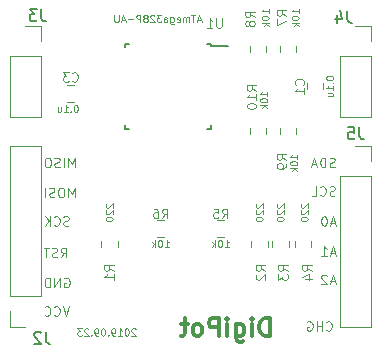
<source format=gbr>
G04 #@! TF.GenerationSoftware,KiCad,Pcbnew,(5.0.2-5)-5*
G04 #@! TF.CreationDate,2019-09-23T09:23:56+03:00*
G04 #@! TF.ProjectId,digi_pot,64696769-5f70-46f7-942e-6b696361645f,rev?*
G04 #@! TF.SameCoordinates,Original*
G04 #@! TF.FileFunction,Legend,Bot*
G04 #@! TF.FilePolarity,Positive*
%FSLAX46Y46*%
G04 Gerber Fmt 4.6, Leading zero omitted, Abs format (unit mm)*
G04 Created by KiCad (PCBNEW (5.0.2-5)-5) date 2019 September 23, Monday 09:23:56*
%MOMM*%
%LPD*%
G01*
G04 APERTURE LIST*
%ADD10C,0.100000*%
%ADD11C,0.300000*%
%ADD12C,0.120000*%
%ADD13C,0.150000*%
G04 APERTURE END LIST*
D10*
X143935142Y-105646571D02*
X143906571Y-105618000D01*
X143849428Y-105589428D01*
X143706571Y-105589428D01*
X143649428Y-105618000D01*
X143620857Y-105646571D01*
X143592285Y-105703714D01*
X143592285Y-105760857D01*
X143620857Y-105846571D01*
X143963714Y-106189428D01*
X143592285Y-106189428D01*
X143220857Y-105589428D02*
X143163714Y-105589428D01*
X143106571Y-105618000D01*
X143078000Y-105646571D01*
X143049428Y-105703714D01*
X143020857Y-105818000D01*
X143020857Y-105960857D01*
X143049428Y-106075142D01*
X143078000Y-106132285D01*
X143106571Y-106160857D01*
X143163714Y-106189428D01*
X143220857Y-106189428D01*
X143278000Y-106160857D01*
X143306571Y-106132285D01*
X143335142Y-106075142D01*
X143363714Y-105960857D01*
X143363714Y-105818000D01*
X143335142Y-105703714D01*
X143306571Y-105646571D01*
X143278000Y-105618000D01*
X143220857Y-105589428D01*
X142449428Y-106189428D02*
X142792285Y-106189428D01*
X142620857Y-106189428D02*
X142620857Y-105589428D01*
X142678000Y-105675142D01*
X142735142Y-105732285D01*
X142792285Y-105760857D01*
X142163714Y-106189428D02*
X142049428Y-106189428D01*
X141992285Y-106160857D01*
X141963714Y-106132285D01*
X141906571Y-106046571D01*
X141878000Y-105932285D01*
X141878000Y-105703714D01*
X141906571Y-105646571D01*
X141935142Y-105618000D01*
X141992285Y-105589428D01*
X142106571Y-105589428D01*
X142163714Y-105618000D01*
X142192285Y-105646571D01*
X142220857Y-105703714D01*
X142220857Y-105846571D01*
X142192285Y-105903714D01*
X142163714Y-105932285D01*
X142106571Y-105960857D01*
X141992285Y-105960857D01*
X141935142Y-105932285D01*
X141906571Y-105903714D01*
X141878000Y-105846571D01*
X141620857Y-106132285D02*
X141592285Y-106160857D01*
X141620857Y-106189428D01*
X141649428Y-106160857D01*
X141620857Y-106132285D01*
X141620857Y-106189428D01*
X141220857Y-105589428D02*
X141163714Y-105589428D01*
X141106571Y-105618000D01*
X141078000Y-105646571D01*
X141049428Y-105703714D01*
X141020857Y-105818000D01*
X141020857Y-105960857D01*
X141049428Y-106075142D01*
X141078000Y-106132285D01*
X141106571Y-106160857D01*
X141163714Y-106189428D01*
X141220857Y-106189428D01*
X141278000Y-106160857D01*
X141306571Y-106132285D01*
X141335142Y-106075142D01*
X141363714Y-105960857D01*
X141363714Y-105818000D01*
X141335142Y-105703714D01*
X141306571Y-105646571D01*
X141278000Y-105618000D01*
X141220857Y-105589428D01*
X140735142Y-106189428D02*
X140620857Y-106189428D01*
X140563714Y-106160857D01*
X140535142Y-106132285D01*
X140478000Y-106046571D01*
X140449428Y-105932285D01*
X140449428Y-105703714D01*
X140478000Y-105646571D01*
X140506571Y-105618000D01*
X140563714Y-105589428D01*
X140678000Y-105589428D01*
X140735142Y-105618000D01*
X140763714Y-105646571D01*
X140792285Y-105703714D01*
X140792285Y-105846571D01*
X140763714Y-105903714D01*
X140735142Y-105932285D01*
X140678000Y-105960857D01*
X140563714Y-105960857D01*
X140506571Y-105932285D01*
X140478000Y-105903714D01*
X140449428Y-105846571D01*
X140192285Y-106132285D02*
X140163714Y-106160857D01*
X140192285Y-106189428D01*
X140220857Y-106160857D01*
X140192285Y-106132285D01*
X140192285Y-106189428D01*
X139935142Y-105646571D02*
X139906571Y-105618000D01*
X139849428Y-105589428D01*
X139706571Y-105589428D01*
X139649428Y-105618000D01*
X139620857Y-105646571D01*
X139592285Y-105703714D01*
X139592285Y-105760857D01*
X139620857Y-105846571D01*
X139963714Y-106189428D01*
X139592285Y-106189428D01*
X139392285Y-105589428D02*
X139020857Y-105589428D01*
X139220857Y-105818000D01*
X139135142Y-105818000D01*
X139078000Y-105846571D01*
X139049428Y-105875142D01*
X139020857Y-105932285D01*
X139020857Y-106075142D01*
X139049428Y-106132285D01*
X139078000Y-106160857D01*
X139135142Y-106189428D01*
X139306571Y-106189428D01*
X139363714Y-106160857D01*
X139392285Y-106132285D01*
D11*
X155280857Y-106215571D02*
X155280857Y-104715571D01*
X154923714Y-104715571D01*
X154709428Y-104787000D01*
X154566571Y-104929857D01*
X154495142Y-105072714D01*
X154423714Y-105358428D01*
X154423714Y-105572714D01*
X154495142Y-105858428D01*
X154566571Y-106001285D01*
X154709428Y-106144142D01*
X154923714Y-106215571D01*
X155280857Y-106215571D01*
X153780857Y-106215571D02*
X153780857Y-105215571D01*
X153780857Y-104715571D02*
X153852285Y-104787000D01*
X153780857Y-104858428D01*
X153709428Y-104787000D01*
X153780857Y-104715571D01*
X153780857Y-104858428D01*
X152423714Y-105215571D02*
X152423714Y-106429857D01*
X152495142Y-106572714D01*
X152566571Y-106644142D01*
X152709428Y-106715571D01*
X152923714Y-106715571D01*
X153066571Y-106644142D01*
X152423714Y-106144142D02*
X152566571Y-106215571D01*
X152852285Y-106215571D01*
X152995142Y-106144142D01*
X153066571Y-106072714D01*
X153138000Y-105929857D01*
X153138000Y-105501285D01*
X153066571Y-105358428D01*
X152995142Y-105287000D01*
X152852285Y-105215571D01*
X152566571Y-105215571D01*
X152423714Y-105287000D01*
X151709428Y-106215571D02*
X151709428Y-105215571D01*
X151709428Y-104715571D02*
X151780857Y-104787000D01*
X151709428Y-104858428D01*
X151638000Y-104787000D01*
X151709428Y-104715571D01*
X151709428Y-104858428D01*
X150995142Y-106215571D02*
X150995142Y-104715571D01*
X150423714Y-104715571D01*
X150280857Y-104787000D01*
X150209428Y-104858428D01*
X150138000Y-105001285D01*
X150138000Y-105215571D01*
X150209428Y-105358428D01*
X150280857Y-105429857D01*
X150423714Y-105501285D01*
X150995142Y-105501285D01*
X149280857Y-106215571D02*
X149423714Y-106144142D01*
X149495142Y-106072714D01*
X149566571Y-105929857D01*
X149566571Y-105501285D01*
X149495142Y-105358428D01*
X149423714Y-105287000D01*
X149280857Y-105215571D01*
X149066571Y-105215571D01*
X148923714Y-105287000D01*
X148852285Y-105358428D01*
X148780857Y-105501285D01*
X148780857Y-105929857D01*
X148852285Y-106072714D01*
X148923714Y-106144142D01*
X149066571Y-106215571D01*
X149280857Y-106215571D01*
X148352285Y-105215571D02*
X147780857Y-105215571D01*
X148138000Y-104715571D02*
X148138000Y-106001285D01*
X148066571Y-106144142D01*
X147923714Y-106215571D01*
X147780857Y-106215571D01*
D10*
X160069380Y-105695714D02*
X160107476Y-105733809D01*
X160221761Y-105771904D01*
X160297952Y-105771904D01*
X160412238Y-105733809D01*
X160488428Y-105657619D01*
X160526523Y-105581428D01*
X160564619Y-105429047D01*
X160564619Y-105314761D01*
X160526523Y-105162380D01*
X160488428Y-105086190D01*
X160412238Y-105010000D01*
X160297952Y-104971904D01*
X160221761Y-104971904D01*
X160107476Y-105010000D01*
X160069380Y-105048095D01*
X159726523Y-105771904D02*
X159726523Y-104971904D01*
X159726523Y-105352857D02*
X159269380Y-105352857D01*
X159269380Y-105771904D02*
X159269380Y-104971904D01*
X158469380Y-105010000D02*
X158545571Y-104971904D01*
X158659857Y-104971904D01*
X158774142Y-105010000D01*
X158850333Y-105086190D01*
X158888428Y-105162380D01*
X158926523Y-105314761D01*
X158926523Y-105429047D01*
X158888428Y-105581428D01*
X158850333Y-105657619D01*
X158774142Y-105733809D01*
X158659857Y-105771904D01*
X158583666Y-105771904D01*
X158469380Y-105733809D01*
X158431285Y-105695714D01*
X158431285Y-105429047D01*
X158583666Y-105429047D01*
X160818619Y-101606333D02*
X160437666Y-101606333D01*
X160894809Y-101834904D02*
X160628142Y-101034904D01*
X160361476Y-101834904D01*
X160132904Y-101111095D02*
X160094809Y-101073000D01*
X160018619Y-101034904D01*
X159828142Y-101034904D01*
X159751952Y-101073000D01*
X159713857Y-101111095D01*
X159675761Y-101187285D01*
X159675761Y-101263476D01*
X159713857Y-101377761D01*
X160171000Y-101834904D01*
X159675761Y-101834904D01*
X160818619Y-99193333D02*
X160437666Y-99193333D01*
X160894809Y-99421904D02*
X160628142Y-98621904D01*
X160361476Y-99421904D01*
X159675761Y-99421904D02*
X160132904Y-99421904D01*
X159904333Y-99421904D02*
X159904333Y-98621904D01*
X159980523Y-98736190D01*
X160056714Y-98812380D01*
X160132904Y-98850476D01*
X160818619Y-96653333D02*
X160437666Y-96653333D01*
X160894809Y-96881904D02*
X160628142Y-96081904D01*
X160361476Y-96881904D01*
X159942428Y-96081904D02*
X159866238Y-96081904D01*
X159790047Y-96120000D01*
X159751952Y-96158095D01*
X159713857Y-96234285D01*
X159675761Y-96386666D01*
X159675761Y-96577142D01*
X159713857Y-96729523D01*
X159751952Y-96805714D01*
X159790047Y-96843809D01*
X159866238Y-96881904D01*
X159942428Y-96881904D01*
X160018619Y-96843809D01*
X160056714Y-96805714D01*
X160094809Y-96729523D01*
X160132904Y-96577142D01*
X160132904Y-96386666D01*
X160094809Y-96234285D01*
X160056714Y-96158095D01*
X160018619Y-96120000D01*
X159942428Y-96081904D01*
X160818619Y-94303809D02*
X160704333Y-94341904D01*
X160513857Y-94341904D01*
X160437666Y-94303809D01*
X160399571Y-94265714D01*
X160361476Y-94189523D01*
X160361476Y-94113333D01*
X160399571Y-94037142D01*
X160437666Y-93999047D01*
X160513857Y-93960952D01*
X160666238Y-93922857D01*
X160742428Y-93884761D01*
X160780523Y-93846666D01*
X160818619Y-93770476D01*
X160818619Y-93694285D01*
X160780523Y-93618095D01*
X160742428Y-93580000D01*
X160666238Y-93541904D01*
X160475761Y-93541904D01*
X160361476Y-93580000D01*
X159561476Y-94265714D02*
X159599571Y-94303809D01*
X159713857Y-94341904D01*
X159790047Y-94341904D01*
X159904333Y-94303809D01*
X159980523Y-94227619D01*
X160018619Y-94151428D01*
X160056714Y-93999047D01*
X160056714Y-93884761D01*
X160018619Y-93732380D01*
X159980523Y-93656190D01*
X159904333Y-93580000D01*
X159790047Y-93541904D01*
X159713857Y-93541904D01*
X159599571Y-93580000D01*
X159561476Y-93618095D01*
X158837666Y-94341904D02*
X159218619Y-94341904D01*
X159218619Y-93541904D01*
X160818619Y-91890809D02*
X160704333Y-91928904D01*
X160513857Y-91928904D01*
X160437666Y-91890809D01*
X160399571Y-91852714D01*
X160361476Y-91776523D01*
X160361476Y-91700333D01*
X160399571Y-91624142D01*
X160437666Y-91586047D01*
X160513857Y-91547952D01*
X160666238Y-91509857D01*
X160742428Y-91471761D01*
X160780523Y-91433666D01*
X160818619Y-91357476D01*
X160818619Y-91281285D01*
X160780523Y-91205095D01*
X160742428Y-91167000D01*
X160666238Y-91128904D01*
X160475761Y-91128904D01*
X160361476Y-91167000D01*
X160018619Y-91928904D02*
X160018619Y-91128904D01*
X159828142Y-91128904D01*
X159713857Y-91167000D01*
X159637666Y-91243190D01*
X159599571Y-91319380D01*
X159561476Y-91471761D01*
X159561476Y-91586047D01*
X159599571Y-91738428D01*
X159637666Y-91814619D01*
X159713857Y-91890809D01*
X159828142Y-91928904D01*
X160018619Y-91928904D01*
X159256714Y-91700333D02*
X158875761Y-91700333D01*
X159332904Y-91928904D02*
X159066238Y-91128904D01*
X158799571Y-91928904D01*
X138291523Y-103701904D02*
X138024857Y-104501904D01*
X137758190Y-103701904D01*
X137034380Y-104425714D02*
X137072476Y-104463809D01*
X137186761Y-104501904D01*
X137262952Y-104501904D01*
X137377238Y-104463809D01*
X137453428Y-104387619D01*
X137491523Y-104311428D01*
X137529619Y-104159047D01*
X137529619Y-104044761D01*
X137491523Y-103892380D01*
X137453428Y-103816190D01*
X137377238Y-103740000D01*
X137262952Y-103701904D01*
X137186761Y-103701904D01*
X137072476Y-103740000D01*
X137034380Y-103778095D01*
X136234380Y-104425714D02*
X136272476Y-104463809D01*
X136386761Y-104501904D01*
X136462952Y-104501904D01*
X136577238Y-104463809D01*
X136653428Y-104387619D01*
X136691523Y-104311428D01*
X136729619Y-104159047D01*
X136729619Y-104044761D01*
X136691523Y-103892380D01*
X136653428Y-103816190D01*
X136577238Y-103740000D01*
X136462952Y-103701904D01*
X136386761Y-103701904D01*
X136272476Y-103740000D01*
X136234380Y-103778095D01*
X137910571Y-101327000D02*
X137986761Y-101288904D01*
X138101047Y-101288904D01*
X138215333Y-101327000D01*
X138291523Y-101403190D01*
X138329619Y-101479380D01*
X138367714Y-101631761D01*
X138367714Y-101746047D01*
X138329619Y-101898428D01*
X138291523Y-101974619D01*
X138215333Y-102050809D01*
X138101047Y-102088904D01*
X138024857Y-102088904D01*
X137910571Y-102050809D01*
X137872476Y-102012714D01*
X137872476Y-101746047D01*
X138024857Y-101746047D01*
X137529619Y-102088904D02*
X137529619Y-101288904D01*
X137072476Y-102088904D01*
X137072476Y-101288904D01*
X136691523Y-102088904D02*
X136691523Y-101288904D01*
X136501047Y-101288904D01*
X136386761Y-101327000D01*
X136310571Y-101403190D01*
X136272476Y-101479380D01*
X136234380Y-101631761D01*
X136234380Y-101746047D01*
X136272476Y-101898428D01*
X136310571Y-101974619D01*
X136386761Y-102050809D01*
X136501047Y-102088904D01*
X136691523Y-102088904D01*
X137605809Y-99548904D02*
X137872476Y-99167952D01*
X138062952Y-99548904D02*
X138062952Y-98748904D01*
X137758190Y-98748904D01*
X137682000Y-98787000D01*
X137643904Y-98825095D01*
X137605809Y-98901285D01*
X137605809Y-99015571D01*
X137643904Y-99091761D01*
X137682000Y-99129857D01*
X137758190Y-99167952D01*
X138062952Y-99167952D01*
X137301047Y-99510809D02*
X137186761Y-99548904D01*
X136996285Y-99548904D01*
X136920095Y-99510809D01*
X136882000Y-99472714D01*
X136843904Y-99396523D01*
X136843904Y-99320333D01*
X136882000Y-99244142D01*
X136920095Y-99206047D01*
X136996285Y-99167952D01*
X137148666Y-99129857D01*
X137224857Y-99091761D01*
X137262952Y-99053666D01*
X137301047Y-98977476D01*
X137301047Y-98901285D01*
X137262952Y-98825095D01*
X137224857Y-98787000D01*
X137148666Y-98748904D01*
X136958190Y-98748904D01*
X136843904Y-98787000D01*
X136615333Y-98748904D02*
X136158190Y-98748904D01*
X136386761Y-99548904D02*
X136386761Y-98748904D01*
X138291523Y-96843809D02*
X138177238Y-96881904D01*
X137986761Y-96881904D01*
X137910571Y-96843809D01*
X137872476Y-96805714D01*
X137834380Y-96729523D01*
X137834380Y-96653333D01*
X137872476Y-96577142D01*
X137910571Y-96539047D01*
X137986761Y-96500952D01*
X138139142Y-96462857D01*
X138215333Y-96424761D01*
X138253428Y-96386666D01*
X138291523Y-96310476D01*
X138291523Y-96234285D01*
X138253428Y-96158095D01*
X138215333Y-96120000D01*
X138139142Y-96081904D01*
X137948666Y-96081904D01*
X137834380Y-96120000D01*
X137034380Y-96805714D02*
X137072476Y-96843809D01*
X137186761Y-96881904D01*
X137262952Y-96881904D01*
X137377238Y-96843809D01*
X137453428Y-96767619D01*
X137491523Y-96691428D01*
X137529619Y-96539047D01*
X137529619Y-96424761D01*
X137491523Y-96272380D01*
X137453428Y-96196190D01*
X137377238Y-96120000D01*
X137262952Y-96081904D01*
X137186761Y-96081904D01*
X137072476Y-96120000D01*
X137034380Y-96158095D01*
X136691523Y-96881904D02*
X136691523Y-96081904D01*
X136234380Y-96881904D02*
X136577238Y-96424761D01*
X136234380Y-96081904D02*
X136691523Y-96539047D01*
X138786761Y-94468904D02*
X138786761Y-93668904D01*
X138520095Y-94240333D01*
X138253428Y-93668904D01*
X138253428Y-94468904D01*
X137720095Y-93668904D02*
X137567714Y-93668904D01*
X137491523Y-93707000D01*
X137415333Y-93783190D01*
X137377238Y-93935571D01*
X137377238Y-94202238D01*
X137415333Y-94354619D01*
X137491523Y-94430809D01*
X137567714Y-94468904D01*
X137720095Y-94468904D01*
X137796285Y-94430809D01*
X137872476Y-94354619D01*
X137910571Y-94202238D01*
X137910571Y-93935571D01*
X137872476Y-93783190D01*
X137796285Y-93707000D01*
X137720095Y-93668904D01*
X137072476Y-94430809D02*
X136958190Y-94468904D01*
X136767714Y-94468904D01*
X136691523Y-94430809D01*
X136653428Y-94392714D01*
X136615333Y-94316523D01*
X136615333Y-94240333D01*
X136653428Y-94164142D01*
X136691523Y-94126047D01*
X136767714Y-94087952D01*
X136920095Y-94049857D01*
X136996285Y-94011761D01*
X137034380Y-93973666D01*
X137072476Y-93897476D01*
X137072476Y-93821285D01*
X137034380Y-93745095D01*
X136996285Y-93707000D01*
X136920095Y-93668904D01*
X136729619Y-93668904D01*
X136615333Y-93707000D01*
X136272476Y-94468904D02*
X136272476Y-93668904D01*
X138786761Y-91928904D02*
X138786761Y-91128904D01*
X138520095Y-91700333D01*
X138253428Y-91128904D01*
X138253428Y-91928904D01*
X137872476Y-91928904D02*
X137872476Y-91128904D01*
X137529619Y-91890809D02*
X137415333Y-91928904D01*
X137224857Y-91928904D01*
X137148666Y-91890809D01*
X137110571Y-91852714D01*
X137072476Y-91776523D01*
X137072476Y-91700333D01*
X137110571Y-91624142D01*
X137148666Y-91586047D01*
X137224857Y-91547952D01*
X137377238Y-91509857D01*
X137453428Y-91471761D01*
X137491523Y-91433666D01*
X137529619Y-91357476D01*
X137529619Y-91281285D01*
X137491523Y-91205095D01*
X137453428Y-91167000D01*
X137377238Y-91128904D01*
X137186761Y-91128904D01*
X137072476Y-91167000D01*
X136577238Y-91128904D02*
X136424857Y-91128904D01*
X136348666Y-91167000D01*
X136272476Y-91243190D01*
X136234380Y-91395571D01*
X136234380Y-91662238D01*
X136272476Y-91814619D01*
X136348666Y-91890809D01*
X136424857Y-91928904D01*
X136577238Y-91928904D01*
X136653428Y-91890809D01*
X136729619Y-91814619D01*
X136767714Y-91662238D01*
X136767714Y-91395571D01*
X136729619Y-91243190D01*
X136653428Y-91167000D01*
X136577238Y-91128904D01*
D12*
G04 #@! TO.C,R4*
X157405000Y-98686252D02*
X157405000Y-98163748D01*
X158825000Y-98686252D02*
X158825000Y-98163748D01*
D13*
G04 #@! TO.C,U1*
X150310000Y-81465000D02*
X150310000Y-81690000D01*
X143060000Y-81465000D02*
X143060000Y-81790000D01*
X143060000Y-88715000D02*
X143060000Y-88390000D01*
X150310000Y-88715000D02*
X150310000Y-88390000D01*
X150310000Y-81465000D02*
X149985000Y-81465000D01*
X150310000Y-88715000D02*
X149985000Y-88715000D01*
X143060000Y-88715000D02*
X143385000Y-88715000D01*
X143060000Y-81465000D02*
X143385000Y-81465000D01*
X150310000Y-81690000D02*
X151735000Y-81690000D01*
D12*
G04 #@! TO.C,J2*
X133290000Y-90110000D02*
X135950000Y-90110000D01*
X133290000Y-102870000D02*
X133290000Y-90110000D01*
X135950000Y-102870000D02*
X135950000Y-90110000D01*
X133290000Y-102870000D02*
X135950000Y-102870000D01*
X133290000Y-104140000D02*
X133290000Y-105470000D01*
X133290000Y-105470000D02*
X134620000Y-105470000D01*
G04 #@! TO.C,J3*
X135950000Y-87690000D02*
X133290000Y-87690000D01*
X135950000Y-82550000D02*
X135950000Y-87690000D01*
X133290000Y-82550000D02*
X133290000Y-87690000D01*
X135950000Y-82550000D02*
X133290000Y-82550000D01*
X135950000Y-81280000D02*
X135950000Y-79950000D01*
X135950000Y-79950000D02*
X134620000Y-79950000D01*
G04 #@! TO.C,J4*
X163890000Y-79950000D02*
X162560000Y-79950000D01*
X163890000Y-81280000D02*
X163890000Y-79950000D01*
X163890000Y-82550000D02*
X161230000Y-82550000D01*
X161230000Y-82550000D02*
X161230000Y-87690000D01*
X163890000Y-82550000D02*
X163890000Y-87690000D01*
X163890000Y-87690000D02*
X161230000Y-87690000D01*
G04 #@! TO.C,R1*
X142442000Y-98686252D02*
X142442000Y-98163748D01*
X141022000Y-98686252D02*
X141022000Y-98163748D01*
G04 #@! TO.C,R2*
X153722000Y-98686252D02*
X153722000Y-98163748D01*
X155142000Y-98686252D02*
X155142000Y-98163748D01*
G04 #@! TO.C,R3*
X156920000Y-98686252D02*
X156920000Y-98163748D01*
X155500000Y-98686252D02*
X155500000Y-98163748D01*
G04 #@! TO.C,C1*
X159841000Y-84828748D02*
X159841000Y-85351252D01*
X158421000Y-84828748D02*
X158421000Y-85351252D01*
G04 #@! TO.C,R5*
X151391252Y-96445000D02*
X150868748Y-96445000D01*
X151391252Y-97865000D02*
X150868748Y-97865000D01*
G04 #@! TO.C,R6*
X145788748Y-96445000D02*
X146311252Y-96445000D01*
X145788748Y-97865000D02*
X146311252Y-97865000D01*
G04 #@! TO.C,C3*
X138691252Y-85015000D02*
X138168748Y-85015000D01*
X138691252Y-86435000D02*
X138168748Y-86435000D01*
G04 #@! TO.C,J5*
X163890000Y-105470000D02*
X161230000Y-105470000D01*
X163890000Y-92710000D02*
X163890000Y-105470000D01*
X161230000Y-92710000D02*
X161230000Y-105470000D01*
X163890000Y-92710000D02*
X161230000Y-92710000D01*
X163890000Y-91440000D02*
X163890000Y-90110000D01*
X163890000Y-90110000D02*
X162560000Y-90110000D01*
G04 #@! TO.C,R7*
X157555000Y-81653748D02*
X157555000Y-82176252D01*
X156135000Y-81653748D02*
X156135000Y-82176252D01*
G04 #@! TO.C,R8*
X153595000Y-81653748D02*
X153595000Y-82176252D01*
X155015000Y-81653748D02*
X155015000Y-82176252D01*
G04 #@! TO.C,R9*
X156135000Y-89161252D02*
X156135000Y-88638748D01*
X157555000Y-89161252D02*
X157555000Y-88638748D01*
G04 #@! TO.C,R10*
X155015000Y-89161252D02*
X155015000Y-88638748D01*
X153595000Y-89161252D02*
X153595000Y-88638748D01*
G04 #@! TO.C,R4*
D10*
X158857904Y-100704666D02*
X158476952Y-100438000D01*
X158857904Y-100247523D02*
X158057904Y-100247523D01*
X158057904Y-100552285D01*
X158096000Y-100628476D01*
X158134095Y-100666571D01*
X158210285Y-100704666D01*
X158324571Y-100704666D01*
X158400761Y-100666571D01*
X158438857Y-100628476D01*
X158476952Y-100552285D01*
X158476952Y-100247523D01*
X158324571Y-101390380D02*
X158857904Y-101390380D01*
X158019809Y-101199904D02*
X158591238Y-101009428D01*
X158591238Y-101504666D01*
X157970571Y-95015142D02*
X157942000Y-95043714D01*
X157913428Y-95100857D01*
X157913428Y-95243714D01*
X157942000Y-95300857D01*
X157970571Y-95329428D01*
X158027714Y-95358000D01*
X158084857Y-95358000D01*
X158170571Y-95329428D01*
X158513428Y-94986571D01*
X158513428Y-95358000D01*
X157970571Y-95586571D02*
X157942000Y-95615142D01*
X157913428Y-95672285D01*
X157913428Y-95815142D01*
X157942000Y-95872285D01*
X157970571Y-95900857D01*
X158027714Y-95929428D01*
X158084857Y-95929428D01*
X158170571Y-95900857D01*
X158513428Y-95558000D01*
X158513428Y-95929428D01*
X157913428Y-96300857D02*
X157913428Y-96358000D01*
X157942000Y-96415142D01*
X157970571Y-96443714D01*
X158027714Y-96472285D01*
X158142000Y-96500857D01*
X158284857Y-96500857D01*
X158399142Y-96472285D01*
X158456285Y-96443714D01*
X158484857Y-96415142D01*
X158513428Y-96358000D01*
X158513428Y-96300857D01*
X158484857Y-96243714D01*
X158456285Y-96215142D01*
X158399142Y-96186571D01*
X158284857Y-96158000D01*
X158142000Y-96158000D01*
X158027714Y-96186571D01*
X157970571Y-96215142D01*
X157942000Y-96243714D01*
X157913428Y-96300857D01*
G04 #@! TO.C,U1*
X151231523Y-79317904D02*
X151231523Y-79965523D01*
X151193428Y-80041714D01*
X151155333Y-80079809D01*
X151079142Y-80117904D01*
X150926761Y-80117904D01*
X150850571Y-80079809D01*
X150812476Y-80041714D01*
X150774380Y-79965523D01*
X150774380Y-79317904D01*
X149974380Y-80117904D02*
X150431523Y-80117904D01*
X150202952Y-80117904D02*
X150202952Y-79317904D01*
X150279142Y-79432190D01*
X150355333Y-79508380D01*
X150431523Y-79546476D01*
X149467428Y-79475000D02*
X149181714Y-79475000D01*
X149524571Y-79646428D02*
X149324571Y-79046428D01*
X149124571Y-79646428D01*
X149010285Y-79046428D02*
X148667428Y-79046428D01*
X148838857Y-79646428D02*
X148838857Y-79046428D01*
X148467428Y-79646428D02*
X148467428Y-79246428D01*
X148467428Y-79303571D02*
X148438857Y-79275000D01*
X148381714Y-79246428D01*
X148296000Y-79246428D01*
X148238857Y-79275000D01*
X148210285Y-79332142D01*
X148210285Y-79646428D01*
X148210285Y-79332142D02*
X148181714Y-79275000D01*
X148124571Y-79246428D01*
X148038857Y-79246428D01*
X147981714Y-79275000D01*
X147953142Y-79332142D01*
X147953142Y-79646428D01*
X147438857Y-79617857D02*
X147496000Y-79646428D01*
X147610285Y-79646428D01*
X147667428Y-79617857D01*
X147696000Y-79560714D01*
X147696000Y-79332142D01*
X147667428Y-79275000D01*
X147610285Y-79246428D01*
X147496000Y-79246428D01*
X147438857Y-79275000D01*
X147410285Y-79332142D01*
X147410285Y-79389285D01*
X147696000Y-79446428D01*
X146896000Y-79246428D02*
X146896000Y-79732142D01*
X146924571Y-79789285D01*
X146953142Y-79817857D01*
X147010285Y-79846428D01*
X147096000Y-79846428D01*
X147153142Y-79817857D01*
X146896000Y-79617857D02*
X146953142Y-79646428D01*
X147067428Y-79646428D01*
X147124571Y-79617857D01*
X147153142Y-79589285D01*
X147181714Y-79532142D01*
X147181714Y-79360714D01*
X147153142Y-79303571D01*
X147124571Y-79275000D01*
X147067428Y-79246428D01*
X146953142Y-79246428D01*
X146896000Y-79275000D01*
X146353142Y-79646428D02*
X146353142Y-79332142D01*
X146381714Y-79275000D01*
X146438857Y-79246428D01*
X146553142Y-79246428D01*
X146610285Y-79275000D01*
X146353142Y-79617857D02*
X146410285Y-79646428D01*
X146553142Y-79646428D01*
X146610285Y-79617857D01*
X146638857Y-79560714D01*
X146638857Y-79503571D01*
X146610285Y-79446428D01*
X146553142Y-79417857D01*
X146410285Y-79417857D01*
X146353142Y-79389285D01*
X146124571Y-79046428D02*
X145753142Y-79046428D01*
X145953142Y-79275000D01*
X145867428Y-79275000D01*
X145810285Y-79303571D01*
X145781714Y-79332142D01*
X145753142Y-79389285D01*
X145753142Y-79532142D01*
X145781714Y-79589285D01*
X145810285Y-79617857D01*
X145867428Y-79646428D01*
X146038857Y-79646428D01*
X146096000Y-79617857D01*
X146124571Y-79589285D01*
X145524571Y-79103571D02*
X145496000Y-79075000D01*
X145438857Y-79046428D01*
X145296000Y-79046428D01*
X145238857Y-79075000D01*
X145210285Y-79103571D01*
X145181714Y-79160714D01*
X145181714Y-79217857D01*
X145210285Y-79303571D01*
X145553142Y-79646428D01*
X145181714Y-79646428D01*
X144838857Y-79303571D02*
X144896000Y-79275000D01*
X144924571Y-79246428D01*
X144953142Y-79189285D01*
X144953142Y-79160714D01*
X144924571Y-79103571D01*
X144896000Y-79075000D01*
X144838857Y-79046428D01*
X144724571Y-79046428D01*
X144667428Y-79075000D01*
X144638857Y-79103571D01*
X144610285Y-79160714D01*
X144610285Y-79189285D01*
X144638857Y-79246428D01*
X144667428Y-79275000D01*
X144724571Y-79303571D01*
X144838857Y-79303571D01*
X144896000Y-79332142D01*
X144924571Y-79360714D01*
X144953142Y-79417857D01*
X144953142Y-79532142D01*
X144924571Y-79589285D01*
X144896000Y-79617857D01*
X144838857Y-79646428D01*
X144724571Y-79646428D01*
X144667428Y-79617857D01*
X144638857Y-79589285D01*
X144610285Y-79532142D01*
X144610285Y-79417857D01*
X144638857Y-79360714D01*
X144667428Y-79332142D01*
X144724571Y-79303571D01*
X144353142Y-79646428D02*
X144353142Y-79046428D01*
X144124571Y-79046428D01*
X144067428Y-79075000D01*
X144038857Y-79103571D01*
X144010285Y-79160714D01*
X144010285Y-79246428D01*
X144038857Y-79303571D01*
X144067428Y-79332142D01*
X144124571Y-79360714D01*
X144353142Y-79360714D01*
X143753142Y-79417857D02*
X143296000Y-79417857D01*
X143038857Y-79475000D02*
X142753142Y-79475000D01*
X143096000Y-79646428D02*
X142896000Y-79046428D01*
X142696000Y-79646428D01*
X142496000Y-79046428D02*
X142496000Y-79532142D01*
X142467428Y-79589285D01*
X142438857Y-79617857D01*
X142381714Y-79646428D01*
X142267428Y-79646428D01*
X142210285Y-79617857D01*
X142181714Y-79589285D01*
X142153142Y-79532142D01*
X142153142Y-79046428D01*
G04 #@! TO.C,J2*
D13*
X136350333Y-105878380D02*
X136350333Y-106592666D01*
X136397952Y-106735523D01*
X136493190Y-106830761D01*
X136636047Y-106878380D01*
X136731285Y-106878380D01*
X135921761Y-105973619D02*
X135874142Y-105926000D01*
X135778904Y-105878380D01*
X135540809Y-105878380D01*
X135445571Y-105926000D01*
X135397952Y-105973619D01*
X135350333Y-106068857D01*
X135350333Y-106164095D01*
X135397952Y-106306952D01*
X135969380Y-106878380D01*
X135350333Y-106878380D01*
G04 #@! TO.C,J3*
X135969333Y-78573380D02*
X135969333Y-79287666D01*
X136016952Y-79430523D01*
X136112190Y-79525761D01*
X136255047Y-79573380D01*
X136350285Y-79573380D01*
X135588380Y-78573380D02*
X134969333Y-78573380D01*
X135302666Y-78954333D01*
X135159809Y-78954333D01*
X135064571Y-79001952D01*
X135016952Y-79049571D01*
X134969333Y-79144809D01*
X134969333Y-79382904D01*
X135016952Y-79478142D01*
X135064571Y-79525761D01*
X135159809Y-79573380D01*
X135445523Y-79573380D01*
X135540761Y-79525761D01*
X135588380Y-79478142D01*
G04 #@! TO.C,J4*
X161877333Y-78700380D02*
X161877333Y-79414666D01*
X161924952Y-79557523D01*
X162020190Y-79652761D01*
X162163047Y-79700380D01*
X162258285Y-79700380D01*
X160972571Y-79033714D02*
X160972571Y-79700380D01*
X161210666Y-78652761D02*
X161448761Y-79367047D01*
X160829714Y-79367047D01*
G04 #@! TO.C,R1*
D10*
X142093904Y-100704666D02*
X141712952Y-100438000D01*
X142093904Y-100247523D02*
X141293904Y-100247523D01*
X141293904Y-100552285D01*
X141332000Y-100628476D01*
X141370095Y-100666571D01*
X141446285Y-100704666D01*
X141560571Y-100704666D01*
X141636761Y-100666571D01*
X141674857Y-100628476D01*
X141712952Y-100552285D01*
X141712952Y-100247523D01*
X142093904Y-101466571D02*
X142093904Y-101009428D01*
X142093904Y-101238000D02*
X141293904Y-101238000D01*
X141408190Y-101161809D01*
X141484380Y-101085619D01*
X141522476Y-101009428D01*
X141460571Y-95015142D02*
X141432000Y-95043714D01*
X141403428Y-95100857D01*
X141403428Y-95243714D01*
X141432000Y-95300857D01*
X141460571Y-95329428D01*
X141517714Y-95358000D01*
X141574857Y-95358000D01*
X141660571Y-95329428D01*
X142003428Y-94986571D01*
X142003428Y-95358000D01*
X141460571Y-95586571D02*
X141432000Y-95615142D01*
X141403428Y-95672285D01*
X141403428Y-95815142D01*
X141432000Y-95872285D01*
X141460571Y-95900857D01*
X141517714Y-95929428D01*
X141574857Y-95929428D01*
X141660571Y-95900857D01*
X142003428Y-95558000D01*
X142003428Y-95929428D01*
X141403428Y-96300857D02*
X141403428Y-96358000D01*
X141432000Y-96415142D01*
X141460571Y-96443714D01*
X141517714Y-96472285D01*
X141632000Y-96500857D01*
X141774857Y-96500857D01*
X141889142Y-96472285D01*
X141946285Y-96443714D01*
X141974857Y-96415142D01*
X142003428Y-96358000D01*
X142003428Y-96300857D01*
X141974857Y-96243714D01*
X141946285Y-96215142D01*
X141889142Y-96186571D01*
X141774857Y-96158000D01*
X141632000Y-96158000D01*
X141517714Y-96186571D01*
X141460571Y-96215142D01*
X141432000Y-96243714D01*
X141403428Y-96300857D01*
G04 #@! TO.C,R2*
X154920904Y-100704666D02*
X154539952Y-100438000D01*
X154920904Y-100247523D02*
X154120904Y-100247523D01*
X154120904Y-100552285D01*
X154159000Y-100628476D01*
X154197095Y-100666571D01*
X154273285Y-100704666D01*
X154387571Y-100704666D01*
X154463761Y-100666571D01*
X154501857Y-100628476D01*
X154539952Y-100552285D01*
X154539952Y-100247523D01*
X154197095Y-101009428D02*
X154159000Y-101047523D01*
X154120904Y-101123714D01*
X154120904Y-101314190D01*
X154159000Y-101390380D01*
X154197095Y-101428476D01*
X154273285Y-101466571D01*
X154349476Y-101466571D01*
X154463761Y-101428476D01*
X154920904Y-100971333D01*
X154920904Y-101466571D01*
X154160571Y-95015142D02*
X154132000Y-95043714D01*
X154103428Y-95100857D01*
X154103428Y-95243714D01*
X154132000Y-95300857D01*
X154160571Y-95329428D01*
X154217714Y-95358000D01*
X154274857Y-95358000D01*
X154360571Y-95329428D01*
X154703428Y-94986571D01*
X154703428Y-95358000D01*
X154160571Y-95586571D02*
X154132000Y-95615142D01*
X154103428Y-95672285D01*
X154103428Y-95815142D01*
X154132000Y-95872285D01*
X154160571Y-95900857D01*
X154217714Y-95929428D01*
X154274857Y-95929428D01*
X154360571Y-95900857D01*
X154703428Y-95558000D01*
X154703428Y-95929428D01*
X154103428Y-96300857D02*
X154103428Y-96358000D01*
X154132000Y-96415142D01*
X154160571Y-96443714D01*
X154217714Y-96472285D01*
X154332000Y-96500857D01*
X154474857Y-96500857D01*
X154589142Y-96472285D01*
X154646285Y-96443714D01*
X154674857Y-96415142D01*
X154703428Y-96358000D01*
X154703428Y-96300857D01*
X154674857Y-96243714D01*
X154646285Y-96215142D01*
X154589142Y-96186571D01*
X154474857Y-96158000D01*
X154332000Y-96158000D01*
X154217714Y-96186571D01*
X154160571Y-96215142D01*
X154132000Y-96243714D01*
X154103428Y-96300857D01*
G04 #@! TO.C,R3*
X156825904Y-100704666D02*
X156444952Y-100438000D01*
X156825904Y-100247523D02*
X156025904Y-100247523D01*
X156025904Y-100552285D01*
X156064000Y-100628476D01*
X156102095Y-100666571D01*
X156178285Y-100704666D01*
X156292571Y-100704666D01*
X156368761Y-100666571D01*
X156406857Y-100628476D01*
X156444952Y-100552285D01*
X156444952Y-100247523D01*
X156025904Y-100971333D02*
X156025904Y-101466571D01*
X156330666Y-101199904D01*
X156330666Y-101314190D01*
X156368761Y-101390380D01*
X156406857Y-101428476D01*
X156483047Y-101466571D01*
X156673523Y-101466571D01*
X156749714Y-101428476D01*
X156787809Y-101390380D01*
X156825904Y-101314190D01*
X156825904Y-101085619D01*
X156787809Y-101009428D01*
X156749714Y-100971333D01*
X155938571Y-95015142D02*
X155910000Y-95043714D01*
X155881428Y-95100857D01*
X155881428Y-95243714D01*
X155910000Y-95300857D01*
X155938571Y-95329428D01*
X155995714Y-95358000D01*
X156052857Y-95358000D01*
X156138571Y-95329428D01*
X156481428Y-94986571D01*
X156481428Y-95358000D01*
X155938571Y-95586571D02*
X155910000Y-95615142D01*
X155881428Y-95672285D01*
X155881428Y-95815142D01*
X155910000Y-95872285D01*
X155938571Y-95900857D01*
X155995714Y-95929428D01*
X156052857Y-95929428D01*
X156138571Y-95900857D01*
X156481428Y-95558000D01*
X156481428Y-95929428D01*
X155881428Y-96300857D02*
X155881428Y-96358000D01*
X155910000Y-96415142D01*
X155938571Y-96443714D01*
X155995714Y-96472285D01*
X156110000Y-96500857D01*
X156252857Y-96500857D01*
X156367142Y-96472285D01*
X156424285Y-96443714D01*
X156452857Y-96415142D01*
X156481428Y-96358000D01*
X156481428Y-96300857D01*
X156452857Y-96243714D01*
X156424285Y-96215142D01*
X156367142Y-96186571D01*
X156252857Y-96158000D01*
X156110000Y-96158000D01*
X155995714Y-96186571D01*
X155938571Y-96215142D01*
X155910000Y-96243714D01*
X155881428Y-96300857D01*
G04 #@! TO.C,C1*
X158146714Y-84956666D02*
X158184809Y-84918571D01*
X158222904Y-84804285D01*
X158222904Y-84728095D01*
X158184809Y-84613809D01*
X158108619Y-84537619D01*
X158032428Y-84499523D01*
X157880047Y-84461428D01*
X157765761Y-84461428D01*
X157613380Y-84499523D01*
X157537190Y-84537619D01*
X157461000Y-84613809D01*
X157422904Y-84728095D01*
X157422904Y-84804285D01*
X157461000Y-84918571D01*
X157499095Y-84956666D01*
X158222904Y-85718571D02*
X158222904Y-85261428D01*
X158222904Y-85490000D02*
X157422904Y-85490000D01*
X157537190Y-85413809D01*
X157613380Y-85337619D01*
X157651476Y-85261428D01*
X160072428Y-84361428D02*
X160072428Y-84418571D01*
X160101000Y-84475714D01*
X160129571Y-84504285D01*
X160186714Y-84532857D01*
X160301000Y-84561428D01*
X160443857Y-84561428D01*
X160558142Y-84532857D01*
X160615285Y-84504285D01*
X160643857Y-84475714D01*
X160672428Y-84418571D01*
X160672428Y-84361428D01*
X160643857Y-84304285D01*
X160615285Y-84275714D01*
X160558142Y-84247142D01*
X160443857Y-84218571D01*
X160301000Y-84218571D01*
X160186714Y-84247142D01*
X160129571Y-84275714D01*
X160101000Y-84304285D01*
X160072428Y-84361428D01*
X160615285Y-84818571D02*
X160643857Y-84847142D01*
X160672428Y-84818571D01*
X160643857Y-84790000D01*
X160615285Y-84818571D01*
X160672428Y-84818571D01*
X160672428Y-85418571D02*
X160672428Y-85075714D01*
X160672428Y-85247142D02*
X160072428Y-85247142D01*
X160158142Y-85190000D01*
X160215285Y-85132857D01*
X160243857Y-85075714D01*
X160272428Y-85932857D02*
X160672428Y-85932857D01*
X160272428Y-85675714D02*
X160586714Y-85675714D01*
X160643857Y-85704285D01*
X160672428Y-85761428D01*
X160672428Y-85847142D01*
X160643857Y-85904285D01*
X160615285Y-85932857D01*
G04 #@! TO.C,R5*
X151263333Y-96246904D02*
X151530000Y-95865952D01*
X151720476Y-96246904D02*
X151720476Y-95446904D01*
X151415714Y-95446904D01*
X151339523Y-95485000D01*
X151301428Y-95523095D01*
X151263333Y-95599285D01*
X151263333Y-95713571D01*
X151301428Y-95789761D01*
X151339523Y-95827857D01*
X151415714Y-95865952D01*
X151720476Y-95865952D01*
X150539523Y-95446904D02*
X150920476Y-95446904D01*
X150958571Y-95827857D01*
X150920476Y-95789761D01*
X150844285Y-95751666D01*
X150653809Y-95751666D01*
X150577619Y-95789761D01*
X150539523Y-95827857D01*
X150501428Y-95904047D01*
X150501428Y-96094523D01*
X150539523Y-96170714D01*
X150577619Y-96208809D01*
X150653809Y-96246904D01*
X150844285Y-96246904D01*
X150920476Y-96208809D01*
X150958571Y-96170714D01*
X151487142Y-98696428D02*
X151830000Y-98696428D01*
X151658571Y-98696428D02*
X151658571Y-98096428D01*
X151715714Y-98182142D01*
X151772857Y-98239285D01*
X151830000Y-98267857D01*
X151115714Y-98096428D02*
X151058571Y-98096428D01*
X151001428Y-98125000D01*
X150972857Y-98153571D01*
X150944285Y-98210714D01*
X150915714Y-98325000D01*
X150915714Y-98467857D01*
X150944285Y-98582142D01*
X150972857Y-98639285D01*
X151001428Y-98667857D01*
X151058571Y-98696428D01*
X151115714Y-98696428D01*
X151172857Y-98667857D01*
X151201428Y-98639285D01*
X151230000Y-98582142D01*
X151258571Y-98467857D01*
X151258571Y-98325000D01*
X151230000Y-98210714D01*
X151201428Y-98153571D01*
X151172857Y-98125000D01*
X151115714Y-98096428D01*
X150658571Y-98696428D02*
X150658571Y-98096428D01*
X150601428Y-98467857D02*
X150430000Y-98696428D01*
X150430000Y-98296428D02*
X150658571Y-98525000D01*
G04 #@! TO.C,R6*
X146183333Y-96246904D02*
X146450000Y-95865952D01*
X146640476Y-96246904D02*
X146640476Y-95446904D01*
X146335714Y-95446904D01*
X146259523Y-95485000D01*
X146221428Y-95523095D01*
X146183333Y-95599285D01*
X146183333Y-95713571D01*
X146221428Y-95789761D01*
X146259523Y-95827857D01*
X146335714Y-95865952D01*
X146640476Y-95865952D01*
X145497619Y-95446904D02*
X145650000Y-95446904D01*
X145726190Y-95485000D01*
X145764285Y-95523095D01*
X145840476Y-95637380D01*
X145878571Y-95789761D01*
X145878571Y-96094523D01*
X145840476Y-96170714D01*
X145802380Y-96208809D01*
X145726190Y-96246904D01*
X145573809Y-96246904D01*
X145497619Y-96208809D01*
X145459523Y-96170714D01*
X145421428Y-96094523D01*
X145421428Y-95904047D01*
X145459523Y-95827857D01*
X145497619Y-95789761D01*
X145573809Y-95751666D01*
X145726190Y-95751666D01*
X145802380Y-95789761D01*
X145840476Y-95827857D01*
X145878571Y-95904047D01*
X146407142Y-98696428D02*
X146750000Y-98696428D01*
X146578571Y-98696428D02*
X146578571Y-98096428D01*
X146635714Y-98182142D01*
X146692857Y-98239285D01*
X146750000Y-98267857D01*
X146035714Y-98096428D02*
X145978571Y-98096428D01*
X145921428Y-98125000D01*
X145892857Y-98153571D01*
X145864285Y-98210714D01*
X145835714Y-98325000D01*
X145835714Y-98467857D01*
X145864285Y-98582142D01*
X145892857Y-98639285D01*
X145921428Y-98667857D01*
X145978571Y-98696428D01*
X146035714Y-98696428D01*
X146092857Y-98667857D01*
X146121428Y-98639285D01*
X146150000Y-98582142D01*
X146178571Y-98467857D01*
X146178571Y-98325000D01*
X146150000Y-98210714D01*
X146121428Y-98153571D01*
X146092857Y-98125000D01*
X146035714Y-98096428D01*
X145578571Y-98696428D02*
X145578571Y-98096428D01*
X145521428Y-98467857D02*
X145350000Y-98696428D01*
X145350000Y-98296428D02*
X145578571Y-98525000D01*
G04 #@! TO.C,C3*
X138563333Y-84613714D02*
X138601428Y-84651809D01*
X138715714Y-84689904D01*
X138791904Y-84689904D01*
X138906190Y-84651809D01*
X138982380Y-84575619D01*
X139020476Y-84499428D01*
X139058571Y-84347047D01*
X139058571Y-84232761D01*
X139020476Y-84080380D01*
X138982380Y-84004190D01*
X138906190Y-83928000D01*
X138791904Y-83889904D01*
X138715714Y-83889904D01*
X138601428Y-83928000D01*
X138563333Y-83966095D01*
X138296666Y-83889904D02*
X137801428Y-83889904D01*
X138068095Y-84194666D01*
X137953809Y-84194666D01*
X137877619Y-84232761D01*
X137839523Y-84270857D01*
X137801428Y-84347047D01*
X137801428Y-84537523D01*
X137839523Y-84613714D01*
X137877619Y-84651809D01*
X137953809Y-84689904D01*
X138182380Y-84689904D01*
X138258571Y-84651809D01*
X138296666Y-84613714D01*
X138904571Y-86666428D02*
X138847428Y-86666428D01*
X138790285Y-86695000D01*
X138761714Y-86723571D01*
X138733142Y-86780714D01*
X138704571Y-86895000D01*
X138704571Y-87037857D01*
X138733142Y-87152142D01*
X138761714Y-87209285D01*
X138790285Y-87237857D01*
X138847428Y-87266428D01*
X138904571Y-87266428D01*
X138961714Y-87237857D01*
X138990285Y-87209285D01*
X139018857Y-87152142D01*
X139047428Y-87037857D01*
X139047428Y-86895000D01*
X139018857Y-86780714D01*
X138990285Y-86723571D01*
X138961714Y-86695000D01*
X138904571Y-86666428D01*
X138447428Y-87209285D02*
X138418857Y-87237857D01*
X138447428Y-87266428D01*
X138476000Y-87237857D01*
X138447428Y-87209285D01*
X138447428Y-87266428D01*
X137847428Y-87266428D02*
X138190285Y-87266428D01*
X138018857Y-87266428D02*
X138018857Y-86666428D01*
X138076000Y-86752142D01*
X138133142Y-86809285D01*
X138190285Y-86837857D01*
X137333142Y-86866428D02*
X137333142Y-87266428D01*
X137590285Y-86866428D02*
X137590285Y-87180714D01*
X137561714Y-87237857D01*
X137504571Y-87266428D01*
X137418857Y-87266428D01*
X137361714Y-87237857D01*
X137333142Y-87209285D01*
G04 #@! TO.C,J5*
D13*
X162893333Y-88562380D02*
X162893333Y-89276666D01*
X162940952Y-89419523D01*
X163036190Y-89514761D01*
X163179047Y-89562380D01*
X163274285Y-89562380D01*
X161940952Y-88562380D02*
X162417142Y-88562380D01*
X162464761Y-89038571D01*
X162417142Y-88990952D01*
X162321904Y-88943333D01*
X162083809Y-88943333D01*
X161988571Y-88990952D01*
X161940952Y-89038571D01*
X161893333Y-89133809D01*
X161893333Y-89371904D01*
X161940952Y-89467142D01*
X161988571Y-89514761D01*
X162083809Y-89562380D01*
X162321904Y-89562380D01*
X162417142Y-89514761D01*
X162464761Y-89467142D01*
G04 #@! TO.C,R7*
D10*
X156698904Y-79114666D02*
X156317952Y-78848000D01*
X156698904Y-78657523D02*
X155898904Y-78657523D01*
X155898904Y-78962285D01*
X155937000Y-79038476D01*
X155975095Y-79076571D01*
X156051285Y-79114666D01*
X156165571Y-79114666D01*
X156241761Y-79076571D01*
X156279857Y-79038476D01*
X156317952Y-78962285D01*
X156317952Y-78657523D01*
X155898904Y-79381333D02*
X155898904Y-79914666D01*
X156698904Y-79571809D01*
X157751428Y-78890857D02*
X157751428Y-78548000D01*
X157751428Y-78719428D02*
X157151428Y-78719428D01*
X157237142Y-78662285D01*
X157294285Y-78605142D01*
X157322857Y-78548000D01*
X157151428Y-79262285D02*
X157151428Y-79319428D01*
X157180000Y-79376571D01*
X157208571Y-79405142D01*
X157265714Y-79433714D01*
X157380000Y-79462285D01*
X157522857Y-79462285D01*
X157637142Y-79433714D01*
X157694285Y-79405142D01*
X157722857Y-79376571D01*
X157751428Y-79319428D01*
X157751428Y-79262285D01*
X157722857Y-79205142D01*
X157694285Y-79176571D01*
X157637142Y-79148000D01*
X157522857Y-79119428D01*
X157380000Y-79119428D01*
X157265714Y-79148000D01*
X157208571Y-79176571D01*
X157180000Y-79205142D01*
X157151428Y-79262285D01*
X157751428Y-79719428D02*
X157151428Y-79719428D01*
X157522857Y-79776571D02*
X157751428Y-79948000D01*
X157351428Y-79948000D02*
X157580000Y-79719428D01*
G04 #@! TO.C,R8*
X154031904Y-79241666D02*
X153650952Y-78975000D01*
X154031904Y-78784523D02*
X153231904Y-78784523D01*
X153231904Y-79089285D01*
X153270000Y-79165476D01*
X153308095Y-79203571D01*
X153384285Y-79241666D01*
X153498571Y-79241666D01*
X153574761Y-79203571D01*
X153612857Y-79165476D01*
X153650952Y-79089285D01*
X153650952Y-78784523D01*
X153574761Y-79698809D02*
X153536666Y-79622619D01*
X153498571Y-79584523D01*
X153422380Y-79546428D01*
X153384285Y-79546428D01*
X153308095Y-79584523D01*
X153270000Y-79622619D01*
X153231904Y-79698809D01*
X153231904Y-79851190D01*
X153270000Y-79927380D01*
X153308095Y-79965476D01*
X153384285Y-80003571D01*
X153422380Y-80003571D01*
X153498571Y-79965476D01*
X153536666Y-79927380D01*
X153574761Y-79851190D01*
X153574761Y-79698809D01*
X153612857Y-79622619D01*
X153650952Y-79584523D01*
X153727142Y-79546428D01*
X153879523Y-79546428D01*
X153955714Y-79584523D01*
X153993809Y-79622619D01*
X154031904Y-79698809D01*
X154031904Y-79851190D01*
X153993809Y-79927380D01*
X153955714Y-79965476D01*
X153879523Y-80003571D01*
X153727142Y-80003571D01*
X153650952Y-79965476D01*
X153612857Y-79927380D01*
X153574761Y-79851190D01*
X155211428Y-78890857D02*
X155211428Y-78548000D01*
X155211428Y-78719428D02*
X154611428Y-78719428D01*
X154697142Y-78662285D01*
X154754285Y-78605142D01*
X154782857Y-78548000D01*
X154611428Y-79262285D02*
X154611428Y-79319428D01*
X154640000Y-79376571D01*
X154668571Y-79405142D01*
X154725714Y-79433714D01*
X154840000Y-79462285D01*
X154982857Y-79462285D01*
X155097142Y-79433714D01*
X155154285Y-79405142D01*
X155182857Y-79376571D01*
X155211428Y-79319428D01*
X155211428Y-79262285D01*
X155182857Y-79205142D01*
X155154285Y-79176571D01*
X155097142Y-79148000D01*
X154982857Y-79119428D01*
X154840000Y-79119428D01*
X154725714Y-79148000D01*
X154668571Y-79176571D01*
X154640000Y-79205142D01*
X154611428Y-79262285D01*
X155211428Y-79719428D02*
X154611428Y-79719428D01*
X154982857Y-79776571D02*
X155211428Y-79948000D01*
X154811428Y-79948000D02*
X155040000Y-79719428D01*
G04 #@! TO.C,R9*
X156698904Y-91306666D02*
X156317952Y-91040000D01*
X156698904Y-90849523D02*
X155898904Y-90849523D01*
X155898904Y-91154285D01*
X155937000Y-91230476D01*
X155975095Y-91268571D01*
X156051285Y-91306666D01*
X156165571Y-91306666D01*
X156241761Y-91268571D01*
X156279857Y-91230476D01*
X156317952Y-91154285D01*
X156317952Y-90849523D01*
X156698904Y-91687619D02*
X156698904Y-91840000D01*
X156660809Y-91916190D01*
X156622714Y-91954285D01*
X156508428Y-92030476D01*
X156356047Y-92068571D01*
X156051285Y-92068571D01*
X155975095Y-92030476D01*
X155937000Y-91992380D01*
X155898904Y-91916190D01*
X155898904Y-91763809D01*
X155937000Y-91687619D01*
X155975095Y-91649523D01*
X156051285Y-91611428D01*
X156241761Y-91611428D01*
X156317952Y-91649523D01*
X156356047Y-91687619D01*
X156394142Y-91763809D01*
X156394142Y-91916190D01*
X156356047Y-91992380D01*
X156317952Y-92030476D01*
X156241761Y-92068571D01*
X157624428Y-91209857D02*
X157624428Y-90867000D01*
X157624428Y-91038428D02*
X157024428Y-91038428D01*
X157110142Y-90981285D01*
X157167285Y-90924142D01*
X157195857Y-90867000D01*
X157024428Y-91581285D02*
X157024428Y-91638428D01*
X157053000Y-91695571D01*
X157081571Y-91724142D01*
X157138714Y-91752714D01*
X157253000Y-91781285D01*
X157395857Y-91781285D01*
X157510142Y-91752714D01*
X157567285Y-91724142D01*
X157595857Y-91695571D01*
X157624428Y-91638428D01*
X157624428Y-91581285D01*
X157595857Y-91524142D01*
X157567285Y-91495571D01*
X157510142Y-91467000D01*
X157395857Y-91438428D01*
X157253000Y-91438428D01*
X157138714Y-91467000D01*
X157081571Y-91495571D01*
X157053000Y-91524142D01*
X157024428Y-91581285D01*
X157624428Y-92038428D02*
X157024428Y-92038428D01*
X157395857Y-92095571D02*
X157624428Y-92267000D01*
X157224428Y-92267000D02*
X157453000Y-92038428D01*
G04 #@! TO.C,R10*
X154158904Y-85464714D02*
X153777952Y-85198047D01*
X154158904Y-85007571D02*
X153358904Y-85007571D01*
X153358904Y-85312333D01*
X153397000Y-85388523D01*
X153435095Y-85426619D01*
X153511285Y-85464714D01*
X153625571Y-85464714D01*
X153701761Y-85426619D01*
X153739857Y-85388523D01*
X153777952Y-85312333D01*
X153777952Y-85007571D01*
X154158904Y-86226619D02*
X154158904Y-85769476D01*
X154158904Y-85998047D02*
X153358904Y-85998047D01*
X153473190Y-85921857D01*
X153549380Y-85845666D01*
X153587476Y-85769476D01*
X153358904Y-86721857D02*
X153358904Y-86798047D01*
X153397000Y-86874238D01*
X153435095Y-86912333D01*
X153511285Y-86950428D01*
X153663666Y-86988523D01*
X153854142Y-86988523D01*
X154006523Y-86950428D01*
X154082714Y-86912333D01*
X154120809Y-86874238D01*
X154158904Y-86798047D01*
X154158904Y-86721857D01*
X154120809Y-86645666D01*
X154082714Y-86607571D01*
X154006523Y-86569476D01*
X153854142Y-86531380D01*
X153663666Y-86531380D01*
X153511285Y-86569476D01*
X153435095Y-86607571D01*
X153397000Y-86645666D01*
X153358904Y-86721857D01*
X155084428Y-85875857D02*
X155084428Y-85533000D01*
X155084428Y-85704428D02*
X154484428Y-85704428D01*
X154570142Y-85647285D01*
X154627285Y-85590142D01*
X154655857Y-85533000D01*
X154484428Y-86247285D02*
X154484428Y-86304428D01*
X154513000Y-86361571D01*
X154541571Y-86390142D01*
X154598714Y-86418714D01*
X154713000Y-86447285D01*
X154855857Y-86447285D01*
X154970142Y-86418714D01*
X155027285Y-86390142D01*
X155055857Y-86361571D01*
X155084428Y-86304428D01*
X155084428Y-86247285D01*
X155055857Y-86190142D01*
X155027285Y-86161571D01*
X154970142Y-86133000D01*
X154855857Y-86104428D01*
X154713000Y-86104428D01*
X154598714Y-86133000D01*
X154541571Y-86161571D01*
X154513000Y-86190142D01*
X154484428Y-86247285D01*
X155084428Y-86704428D02*
X154484428Y-86704428D01*
X154855857Y-86761571D02*
X155084428Y-86933000D01*
X154684428Y-86933000D02*
X154913000Y-86704428D01*
G04 #@! TD*
M02*

</source>
